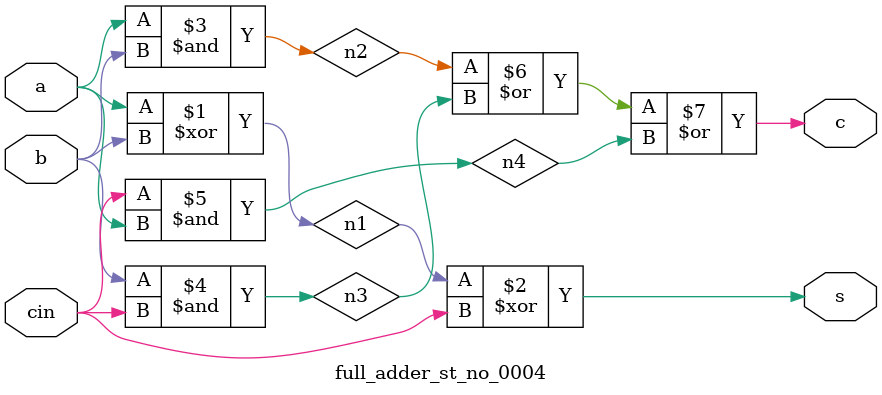
<source format=v>
`timescale 1ns / 1ps


module full_adder_st_no_0004(s, c, a, b, cin);
input a, b, cin;
output s, c;
wire n1, n2, n3, n4;

xor xor1(n1, a, b);
xor xor2(s, n1, cin);
and and1(n2, a, b);
and and2(n3, b, cin);
and and3(n4, cin, a);
or or1(c, n2, n3, n4);
endmodule

</source>
